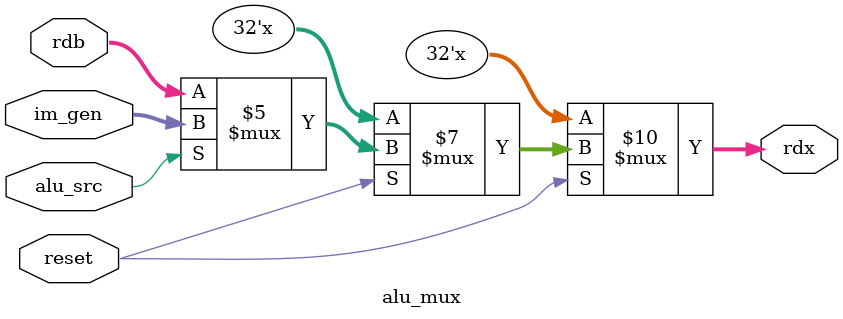
<source format=v>



`timescale 1ns/10ps

module alu_mux (
    reset,
    im_gen,
    rdb,
    rdx,
    alu_src
);


input reset;
input [31:0] im_gen;
input [31:0] rdb;
output [31:0] rdx;
reg [31:0] rdx;
input [0:0] alu_src;




always @(alu_src, im_gen, rdb, reset) begin: ALU_MUX_AMUX
    if ((reset == 1)) begin
        if (alu_src) begin
            rdx = im_gen;
        end
        else begin
            rdx = rdb;
        end
    end
end

endmodule

</source>
